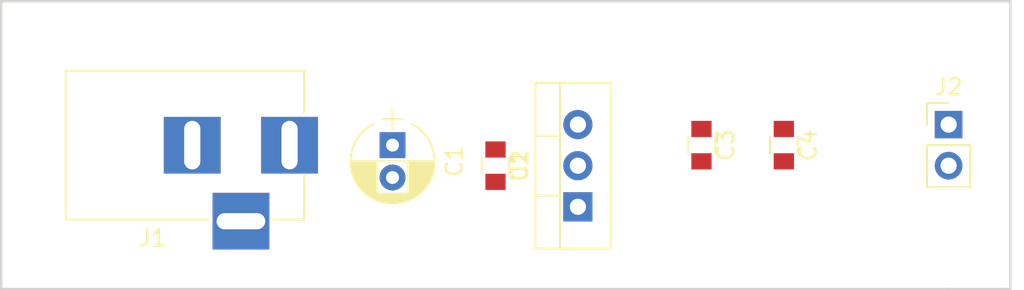
<source format=kicad_pcb>
(kicad_pcb (version 4) (host pcbnew 4.0.7-e2-6376~58~ubuntu16.04.1)

  (general
    (links 10)
    (no_connects 10)
    (area 0 0 0 0)
    (thickness 1.6)
    (drawings 5)
    (tracks 0)
    (zones 0)
    (modules 7)
    (nets 7)
  )

  (page A4)
  (layers
    (0 F.Cu signal)
    (31 B.Cu signal)
    (32 B.Adhes user)
    (33 F.Adhes user)
    (34 B.Paste user)
    (35 F.Paste user)
    (36 B.SilkS user)
    (37 F.SilkS user)
    (38 B.Mask user)
    (39 F.Mask user)
    (40 Dwgs.User user)
    (41 Cmts.User user)
    (42 Eco1.User user)
    (43 Eco2.User user)
    (44 Edge.Cuts user)
    (45 Margin user)
    (46 B.CrtYd user)
    (47 F.CrtYd user)
    (48 B.Fab user)
    (49 F.Fab user)
  )

  (setup
    (last_trace_width 0.25)
    (trace_clearance 0.2)
    (zone_clearance 0.508)
    (zone_45_only no)
    (trace_min 0.2)
    (segment_width 0.2)
    (edge_width 0.15)
    (via_size 0.6)
    (via_drill 0.4)
    (via_min_size 0.4)
    (via_min_drill 0.3)
    (uvia_size 0.3)
    (uvia_drill 0.1)
    (uvias_allowed no)
    (uvia_min_size 0.2)
    (uvia_min_drill 0.1)
    (pcb_text_width 0.3)
    (pcb_text_size 1.5 1.5)
    (mod_edge_width 0.15)
    (mod_text_size 1 1)
    (mod_text_width 0.15)
    (pad_size 1.524 1.524)
    (pad_drill 0.762)
    (pad_to_mask_clearance 0.2)
    (aux_axis_origin 0 0)
    (visible_elements FFFEFFFF)
    (pcbplotparams
      (layerselection 0x00030_80000001)
      (usegerberextensions false)
      (excludeedgelayer true)
      (linewidth 0.100000)
      (plotframeref false)
      (viasonmask false)
      (mode 1)
      (useauxorigin false)
      (hpglpennumber 1)
      (hpglpenspeed 20)
      (hpglpendiameter 15)
      (hpglpenoverlay 2)
      (psnegative false)
      (psa4output false)
      (plotreference true)
      (plotvalue true)
      (plotinvisibletext false)
      (padsonsilk false)
      (subtractmaskfromsilk false)
      (outputformat 1)
      (mirror false)
      (drillshape 1)
      (scaleselection 1)
      (outputdirectory ""))
  )

  (net 0 "")
  (net 1 "Net-(C1-Pad1)")
  (net 2 GND)
  (net 3 "Net-(C2-Pad1)")
  (net 4 "Net-(C2-Pad2)")
  (net 5 +5V)
  (net 6 "Net-(J1-Pad3)")

  (net_class Default "This is the default net class."
    (clearance 0.2)
    (trace_width 0.25)
    (via_dia 0.6)
    (via_drill 0.4)
    (uvia_dia 0.3)
    (uvia_drill 0.1)
    (add_net +5V)
    (add_net GND)
    (add_net "Net-(C1-Pad1)")
    (add_net "Net-(C2-Pad1)")
    (add_net "Net-(C2-Pad2)")
    (add_net "Net-(J1-Pad3)")
  )

  (module Capacitors_THT:CP_Radial_D5.0mm_P2.00mm (layer F.Cu) (tedit 597BC7C2) (tstamp 5AC5C892)
    (at 149.86 104.14 270)
    (descr "CP, Radial series, Radial, pin pitch=2.00mm, , diameter=5mm, Electrolytic Capacitor")
    (tags "CP Radial series Radial pin pitch 2.00mm  diameter 5mm Electrolytic Capacitor")
    (path /5AC5BD84)
    (fp_text reference C1 (at 1 -3.81 270) (layer F.SilkS)
      (effects (font (size 1 1) (thickness 0.15)))
    )
    (fp_text value "100uF, 25V" (at 1 3.81 270) (layer F.Fab)
      (effects (font (size 1 1) (thickness 0.15)))
    )
    (fp_arc (start 1 0) (end -1.30558 -1.18) (angle 125.8) (layer F.SilkS) (width 0.12))
    (fp_arc (start 1 0) (end -1.30558 1.18) (angle -125.8) (layer F.SilkS) (width 0.12))
    (fp_arc (start 1 0) (end 3.30558 -1.18) (angle 54.2) (layer F.SilkS) (width 0.12))
    (fp_circle (center 1 0) (end 3.5 0) (layer F.Fab) (width 0.1))
    (fp_line (start -2.2 0) (end -1 0) (layer F.Fab) (width 0.1))
    (fp_line (start -1.6 -0.65) (end -1.6 0.65) (layer F.Fab) (width 0.1))
    (fp_line (start 1 -2.55) (end 1 2.55) (layer F.SilkS) (width 0.12))
    (fp_line (start 1.04 -2.55) (end 1.04 -0.98) (layer F.SilkS) (width 0.12))
    (fp_line (start 1.04 0.98) (end 1.04 2.55) (layer F.SilkS) (width 0.12))
    (fp_line (start 1.08 -2.549) (end 1.08 -0.98) (layer F.SilkS) (width 0.12))
    (fp_line (start 1.08 0.98) (end 1.08 2.549) (layer F.SilkS) (width 0.12))
    (fp_line (start 1.12 -2.548) (end 1.12 -0.98) (layer F.SilkS) (width 0.12))
    (fp_line (start 1.12 0.98) (end 1.12 2.548) (layer F.SilkS) (width 0.12))
    (fp_line (start 1.16 -2.546) (end 1.16 -0.98) (layer F.SilkS) (width 0.12))
    (fp_line (start 1.16 0.98) (end 1.16 2.546) (layer F.SilkS) (width 0.12))
    (fp_line (start 1.2 -2.543) (end 1.2 -0.98) (layer F.SilkS) (width 0.12))
    (fp_line (start 1.2 0.98) (end 1.2 2.543) (layer F.SilkS) (width 0.12))
    (fp_line (start 1.24 -2.539) (end 1.24 -0.98) (layer F.SilkS) (width 0.12))
    (fp_line (start 1.24 0.98) (end 1.24 2.539) (layer F.SilkS) (width 0.12))
    (fp_line (start 1.28 -2.535) (end 1.28 -0.98) (layer F.SilkS) (width 0.12))
    (fp_line (start 1.28 0.98) (end 1.28 2.535) (layer F.SilkS) (width 0.12))
    (fp_line (start 1.32 -2.531) (end 1.32 -0.98) (layer F.SilkS) (width 0.12))
    (fp_line (start 1.32 0.98) (end 1.32 2.531) (layer F.SilkS) (width 0.12))
    (fp_line (start 1.36 -2.525) (end 1.36 -0.98) (layer F.SilkS) (width 0.12))
    (fp_line (start 1.36 0.98) (end 1.36 2.525) (layer F.SilkS) (width 0.12))
    (fp_line (start 1.4 -2.519) (end 1.4 -0.98) (layer F.SilkS) (width 0.12))
    (fp_line (start 1.4 0.98) (end 1.4 2.519) (layer F.SilkS) (width 0.12))
    (fp_line (start 1.44 -2.513) (end 1.44 -0.98) (layer F.SilkS) (width 0.12))
    (fp_line (start 1.44 0.98) (end 1.44 2.513) (layer F.SilkS) (width 0.12))
    (fp_line (start 1.48 -2.506) (end 1.48 -0.98) (layer F.SilkS) (width 0.12))
    (fp_line (start 1.48 0.98) (end 1.48 2.506) (layer F.SilkS) (width 0.12))
    (fp_line (start 1.52 -2.498) (end 1.52 -0.98) (layer F.SilkS) (width 0.12))
    (fp_line (start 1.52 0.98) (end 1.52 2.498) (layer F.SilkS) (width 0.12))
    (fp_line (start 1.56 -2.489) (end 1.56 -0.98) (layer F.SilkS) (width 0.12))
    (fp_line (start 1.56 0.98) (end 1.56 2.489) (layer F.SilkS) (width 0.12))
    (fp_line (start 1.6 -2.48) (end 1.6 -0.98) (layer F.SilkS) (width 0.12))
    (fp_line (start 1.6 0.98) (end 1.6 2.48) (layer F.SilkS) (width 0.12))
    (fp_line (start 1.64 -2.47) (end 1.64 -0.98) (layer F.SilkS) (width 0.12))
    (fp_line (start 1.64 0.98) (end 1.64 2.47) (layer F.SilkS) (width 0.12))
    (fp_line (start 1.68 -2.46) (end 1.68 -0.98) (layer F.SilkS) (width 0.12))
    (fp_line (start 1.68 0.98) (end 1.68 2.46) (layer F.SilkS) (width 0.12))
    (fp_line (start 1.721 -2.448) (end 1.721 -0.98) (layer F.SilkS) (width 0.12))
    (fp_line (start 1.721 0.98) (end 1.721 2.448) (layer F.SilkS) (width 0.12))
    (fp_line (start 1.761 -2.436) (end 1.761 -0.98) (layer F.SilkS) (width 0.12))
    (fp_line (start 1.761 0.98) (end 1.761 2.436) (layer F.SilkS) (width 0.12))
    (fp_line (start 1.801 -2.424) (end 1.801 -0.98) (layer F.SilkS) (width 0.12))
    (fp_line (start 1.801 0.98) (end 1.801 2.424) (layer F.SilkS) (width 0.12))
    (fp_line (start 1.841 -2.41) (end 1.841 -0.98) (layer F.SilkS) (width 0.12))
    (fp_line (start 1.841 0.98) (end 1.841 2.41) (layer F.SilkS) (width 0.12))
    (fp_line (start 1.881 -2.396) (end 1.881 -0.98) (layer F.SilkS) (width 0.12))
    (fp_line (start 1.881 0.98) (end 1.881 2.396) (layer F.SilkS) (width 0.12))
    (fp_line (start 1.921 -2.382) (end 1.921 -0.98) (layer F.SilkS) (width 0.12))
    (fp_line (start 1.921 0.98) (end 1.921 2.382) (layer F.SilkS) (width 0.12))
    (fp_line (start 1.961 -2.366) (end 1.961 -0.98) (layer F.SilkS) (width 0.12))
    (fp_line (start 1.961 0.98) (end 1.961 2.366) (layer F.SilkS) (width 0.12))
    (fp_line (start 2.001 -2.35) (end 2.001 -0.98) (layer F.SilkS) (width 0.12))
    (fp_line (start 2.001 0.98) (end 2.001 2.35) (layer F.SilkS) (width 0.12))
    (fp_line (start 2.041 -2.333) (end 2.041 -0.98) (layer F.SilkS) (width 0.12))
    (fp_line (start 2.041 0.98) (end 2.041 2.333) (layer F.SilkS) (width 0.12))
    (fp_line (start 2.081 -2.315) (end 2.081 -0.98) (layer F.SilkS) (width 0.12))
    (fp_line (start 2.081 0.98) (end 2.081 2.315) (layer F.SilkS) (width 0.12))
    (fp_line (start 2.121 -2.296) (end 2.121 -0.98) (layer F.SilkS) (width 0.12))
    (fp_line (start 2.121 0.98) (end 2.121 2.296) (layer F.SilkS) (width 0.12))
    (fp_line (start 2.161 -2.276) (end 2.161 -0.98) (layer F.SilkS) (width 0.12))
    (fp_line (start 2.161 0.98) (end 2.161 2.276) (layer F.SilkS) (width 0.12))
    (fp_line (start 2.201 -2.256) (end 2.201 -0.98) (layer F.SilkS) (width 0.12))
    (fp_line (start 2.201 0.98) (end 2.201 2.256) (layer F.SilkS) (width 0.12))
    (fp_line (start 2.241 -2.234) (end 2.241 -0.98) (layer F.SilkS) (width 0.12))
    (fp_line (start 2.241 0.98) (end 2.241 2.234) (layer F.SilkS) (width 0.12))
    (fp_line (start 2.281 -2.212) (end 2.281 -0.98) (layer F.SilkS) (width 0.12))
    (fp_line (start 2.281 0.98) (end 2.281 2.212) (layer F.SilkS) (width 0.12))
    (fp_line (start 2.321 -2.189) (end 2.321 -0.98) (layer F.SilkS) (width 0.12))
    (fp_line (start 2.321 0.98) (end 2.321 2.189) (layer F.SilkS) (width 0.12))
    (fp_line (start 2.361 -2.165) (end 2.361 -0.98) (layer F.SilkS) (width 0.12))
    (fp_line (start 2.361 0.98) (end 2.361 2.165) (layer F.SilkS) (width 0.12))
    (fp_line (start 2.401 -2.14) (end 2.401 -0.98) (layer F.SilkS) (width 0.12))
    (fp_line (start 2.401 0.98) (end 2.401 2.14) (layer F.SilkS) (width 0.12))
    (fp_line (start 2.441 -2.113) (end 2.441 -0.98) (layer F.SilkS) (width 0.12))
    (fp_line (start 2.441 0.98) (end 2.441 2.113) (layer F.SilkS) (width 0.12))
    (fp_line (start 2.481 -2.086) (end 2.481 -0.98) (layer F.SilkS) (width 0.12))
    (fp_line (start 2.481 0.98) (end 2.481 2.086) (layer F.SilkS) (width 0.12))
    (fp_line (start 2.521 -2.058) (end 2.521 -0.98) (layer F.SilkS) (width 0.12))
    (fp_line (start 2.521 0.98) (end 2.521 2.058) (layer F.SilkS) (width 0.12))
    (fp_line (start 2.561 -2.028) (end 2.561 -0.98) (layer F.SilkS) (width 0.12))
    (fp_line (start 2.561 0.98) (end 2.561 2.028) (layer F.SilkS) (width 0.12))
    (fp_line (start 2.601 -1.997) (end 2.601 -0.98) (layer F.SilkS) (width 0.12))
    (fp_line (start 2.601 0.98) (end 2.601 1.997) (layer F.SilkS) (width 0.12))
    (fp_line (start 2.641 -1.965) (end 2.641 -0.98) (layer F.SilkS) (width 0.12))
    (fp_line (start 2.641 0.98) (end 2.641 1.965) (layer F.SilkS) (width 0.12))
    (fp_line (start 2.681 -1.932) (end 2.681 -0.98) (layer F.SilkS) (width 0.12))
    (fp_line (start 2.681 0.98) (end 2.681 1.932) (layer F.SilkS) (width 0.12))
    (fp_line (start 2.721 -1.897) (end 2.721 -0.98) (layer F.SilkS) (width 0.12))
    (fp_line (start 2.721 0.98) (end 2.721 1.897) (layer F.SilkS) (width 0.12))
    (fp_line (start 2.761 -1.861) (end 2.761 -0.98) (layer F.SilkS) (width 0.12))
    (fp_line (start 2.761 0.98) (end 2.761 1.861) (layer F.SilkS) (width 0.12))
    (fp_line (start 2.801 -1.823) (end 2.801 -0.98) (layer F.SilkS) (width 0.12))
    (fp_line (start 2.801 0.98) (end 2.801 1.823) (layer F.SilkS) (width 0.12))
    (fp_line (start 2.841 -1.783) (end 2.841 -0.98) (layer F.SilkS) (width 0.12))
    (fp_line (start 2.841 0.98) (end 2.841 1.783) (layer F.SilkS) (width 0.12))
    (fp_line (start 2.881 -1.742) (end 2.881 -0.98) (layer F.SilkS) (width 0.12))
    (fp_line (start 2.881 0.98) (end 2.881 1.742) (layer F.SilkS) (width 0.12))
    (fp_line (start 2.921 -1.699) (end 2.921 -0.98) (layer F.SilkS) (width 0.12))
    (fp_line (start 2.921 0.98) (end 2.921 1.699) (layer F.SilkS) (width 0.12))
    (fp_line (start 2.961 -1.654) (end 2.961 -0.98) (layer F.SilkS) (width 0.12))
    (fp_line (start 2.961 0.98) (end 2.961 1.654) (layer F.SilkS) (width 0.12))
    (fp_line (start 3.001 -1.606) (end 3.001 1.606) (layer F.SilkS) (width 0.12))
    (fp_line (start 3.041 -1.556) (end 3.041 1.556) (layer F.SilkS) (width 0.12))
    (fp_line (start 3.081 -1.504) (end 3.081 1.504) (layer F.SilkS) (width 0.12))
    (fp_line (start 3.121 -1.448) (end 3.121 1.448) (layer F.SilkS) (width 0.12))
    (fp_line (start 3.161 -1.39) (end 3.161 1.39) (layer F.SilkS) (width 0.12))
    (fp_line (start 3.201 -1.327) (end 3.201 1.327) (layer F.SilkS) (width 0.12))
    (fp_line (start 3.241 -1.261) (end 3.241 1.261) (layer F.SilkS) (width 0.12))
    (fp_line (start 3.281 -1.189) (end 3.281 1.189) (layer F.SilkS) (width 0.12))
    (fp_line (start 3.321 -1.112) (end 3.321 1.112) (layer F.SilkS) (width 0.12))
    (fp_line (start 3.361 -1.028) (end 3.361 1.028) (layer F.SilkS) (width 0.12))
    (fp_line (start 3.401 -0.934) (end 3.401 0.934) (layer F.SilkS) (width 0.12))
    (fp_line (start 3.441 -0.829) (end 3.441 0.829) (layer F.SilkS) (width 0.12))
    (fp_line (start 3.481 -0.707) (end 3.481 0.707) (layer F.SilkS) (width 0.12))
    (fp_line (start 3.521 -0.559) (end 3.521 0.559) (layer F.SilkS) (width 0.12))
    (fp_line (start 3.561 -0.354) (end 3.561 0.354) (layer F.SilkS) (width 0.12))
    (fp_line (start -2.2 0) (end -1 0) (layer F.SilkS) (width 0.12))
    (fp_line (start -1.6 -0.65) (end -1.6 0.65) (layer F.SilkS) (width 0.12))
    (fp_line (start -1.85 -2.85) (end -1.85 2.85) (layer F.CrtYd) (width 0.05))
    (fp_line (start -1.85 2.85) (end 3.85 2.85) (layer F.CrtYd) (width 0.05))
    (fp_line (start 3.85 2.85) (end 3.85 -2.85) (layer F.CrtYd) (width 0.05))
    (fp_line (start 3.85 -2.85) (end -1.85 -2.85) (layer F.CrtYd) (width 0.05))
    (fp_text user %R (at 1 0 270) (layer F.Fab)
      (effects (font (size 1 1) (thickness 0.15)))
    )
    (pad 1 thru_hole rect (at 0 0 270) (size 1.6 1.6) (drill 0.8) (layers *.Cu *.Mask)
      (net 1 "Net-(C1-Pad1)"))
    (pad 2 thru_hole circle (at 2 0 270) (size 1.6 1.6) (drill 0.8) (layers *.Cu *.Mask)
      (net 2 GND))
    (model ${KISYS3DMOD}/Capacitors_THT.3dshapes/CP_Radial_D5.0mm_P2.00mm.wrl
      (at (xyz 0 0 0))
      (scale (xyz 1 1 1))
      (rotate (xyz 0 0 0))
    )
  )

  (module Capacitors_SMD:C_0805 (layer F.Cu) (tedit 58AA8463) (tstamp 5AC5C898)
    (at 156.21 105.41 270)
    (descr "Capacitor SMD 0805, reflow soldering, AVX (see smccp.pdf)")
    (tags "capacitor 0805")
    (path /5AC5BDC4)
    (attr smd)
    (fp_text reference C2 (at 0 -1.5 270) (layer F.SilkS)
      (effects (font (size 1 1) (thickness 0.15)))
    )
    (fp_text value 10uF (at 0 1.75 270) (layer F.Fab)
      (effects (font (size 1 1) (thickness 0.15)))
    )
    (fp_text user %R (at 0 -1.5 270) (layer F.Fab)
      (effects (font (size 1 1) (thickness 0.15)))
    )
    (fp_line (start -1 0.62) (end -1 -0.62) (layer F.Fab) (width 0.1))
    (fp_line (start 1 0.62) (end -1 0.62) (layer F.Fab) (width 0.1))
    (fp_line (start 1 -0.62) (end 1 0.62) (layer F.Fab) (width 0.1))
    (fp_line (start -1 -0.62) (end 1 -0.62) (layer F.Fab) (width 0.1))
    (fp_line (start 0.5 -0.85) (end -0.5 -0.85) (layer F.SilkS) (width 0.12))
    (fp_line (start -0.5 0.85) (end 0.5 0.85) (layer F.SilkS) (width 0.12))
    (fp_line (start -1.75 -0.88) (end 1.75 -0.88) (layer F.CrtYd) (width 0.05))
    (fp_line (start -1.75 -0.88) (end -1.75 0.87) (layer F.CrtYd) (width 0.05))
    (fp_line (start 1.75 0.87) (end 1.75 -0.88) (layer F.CrtYd) (width 0.05))
    (fp_line (start 1.75 0.87) (end -1.75 0.87) (layer F.CrtYd) (width 0.05))
    (pad 1 smd rect (at -1 0 270) (size 1 1.25) (layers F.Cu F.Paste F.Mask)
      (net 3 "Net-(C2-Pad1)"))
    (pad 2 smd rect (at 1 0 270) (size 1 1.25) (layers F.Cu F.Paste F.Mask)
      (net 4 "Net-(C2-Pad2)"))
    (model Capacitors_SMD.3dshapes/C_0805.wrl
      (at (xyz 0 0 0))
      (scale (xyz 1 1 1))
      (rotate (xyz 0 0 0))
    )
  )

  (module Capacitors_SMD:C_0805 (layer F.Cu) (tedit 58AA8463) (tstamp 5AC5C89E)
    (at 168.91 104.14 270)
    (descr "Capacitor SMD 0805, reflow soldering, AVX (see smccp.pdf)")
    (tags "capacitor 0805")
    (path /5AC5BEAC)
    (attr smd)
    (fp_text reference C3 (at 0 -1.5 270) (layer F.SilkS)
      (effects (font (size 1 1) (thickness 0.15)))
    )
    (fp_text value 10uF (at 0 1.75 270) (layer F.Fab)
      (effects (font (size 1 1) (thickness 0.15)))
    )
    (fp_text user %R (at 0 -1.5 270) (layer F.Fab)
      (effects (font (size 1 1) (thickness 0.15)))
    )
    (fp_line (start -1 0.62) (end -1 -0.62) (layer F.Fab) (width 0.1))
    (fp_line (start 1 0.62) (end -1 0.62) (layer F.Fab) (width 0.1))
    (fp_line (start 1 -0.62) (end 1 0.62) (layer F.Fab) (width 0.1))
    (fp_line (start -1 -0.62) (end 1 -0.62) (layer F.Fab) (width 0.1))
    (fp_line (start 0.5 -0.85) (end -0.5 -0.85) (layer F.SilkS) (width 0.12))
    (fp_line (start -0.5 0.85) (end 0.5 0.85) (layer F.SilkS) (width 0.12))
    (fp_line (start -1.75 -0.88) (end 1.75 -0.88) (layer F.CrtYd) (width 0.05))
    (fp_line (start -1.75 -0.88) (end -1.75 0.87) (layer F.CrtYd) (width 0.05))
    (fp_line (start 1.75 0.87) (end 1.75 -0.88) (layer F.CrtYd) (width 0.05))
    (fp_line (start 1.75 0.87) (end -1.75 0.87) (layer F.CrtYd) (width 0.05))
    (pad 1 smd rect (at -1 0 270) (size 1 1.25) (layers F.Cu F.Paste F.Mask)
      (net 5 +5V))
    (pad 2 smd rect (at 1 0 270) (size 1 1.25) (layers F.Cu F.Paste F.Mask)
      (net 2 GND))
    (model Capacitors_SMD.3dshapes/C_0805.wrl
      (at (xyz 0 0 0))
      (scale (xyz 1 1 1))
      (rotate (xyz 0 0 0))
    )
  )

  (module Capacitors_SMD:C_0805 (layer F.Cu) (tedit 58AA8463) (tstamp 5AC5C8A4)
    (at 173.99 104.14 270)
    (descr "Capacitor SMD 0805, reflow soldering, AVX (see smccp.pdf)")
    (tags "capacitor 0805")
    (path /5AC5BD11)
    (attr smd)
    (fp_text reference C4 (at 0 -1.5 270) (layer F.SilkS)
      (effects (font (size 1 1) (thickness 0.15)))
    )
    (fp_text value 0.1uF (at 0 1.75 270) (layer F.Fab)
      (effects (font (size 1 1) (thickness 0.15)))
    )
    (fp_text user %R (at 0 -1.5 270) (layer F.Fab)
      (effects (font (size 1 1) (thickness 0.15)))
    )
    (fp_line (start -1 0.62) (end -1 -0.62) (layer F.Fab) (width 0.1))
    (fp_line (start 1 0.62) (end -1 0.62) (layer F.Fab) (width 0.1))
    (fp_line (start 1 -0.62) (end 1 0.62) (layer F.Fab) (width 0.1))
    (fp_line (start -1 -0.62) (end 1 -0.62) (layer F.Fab) (width 0.1))
    (fp_line (start 0.5 -0.85) (end -0.5 -0.85) (layer F.SilkS) (width 0.12))
    (fp_line (start -0.5 0.85) (end 0.5 0.85) (layer F.SilkS) (width 0.12))
    (fp_line (start -1.75 -0.88) (end 1.75 -0.88) (layer F.CrtYd) (width 0.05))
    (fp_line (start -1.75 -0.88) (end -1.75 0.87) (layer F.CrtYd) (width 0.05))
    (fp_line (start 1.75 0.87) (end 1.75 -0.88) (layer F.CrtYd) (width 0.05))
    (fp_line (start 1.75 0.87) (end -1.75 0.87) (layer F.CrtYd) (width 0.05))
    (pad 1 smd rect (at -1 0 270) (size 1 1.25) (layers F.Cu F.Paste F.Mask)
      (net 5 +5V))
    (pad 2 smd rect (at 1 0 270) (size 1 1.25) (layers F.Cu F.Paste F.Mask)
      (net 2 GND))
    (model Capacitors_SMD.3dshapes/C_0805.wrl
      (at (xyz 0 0 0))
      (scale (xyz 1 1 1))
      (rotate (xyz 0 0 0))
    )
  )

  (module Connectors:BARREL_JACK (layer F.Cu) (tedit 5861378E) (tstamp 5AC5C8AB)
    (at 143.51 104.14)
    (descr "DC Barrel Jack")
    (tags "Power Jack")
    (path /5AC5BF06)
    (fp_text reference J1 (at -8.45 5.75 180) (layer F.SilkS)
      (effects (font (size 1 1) (thickness 0.15)))
    )
    (fp_text value Barrel_Jack (at -6.2 -5.5) (layer F.Fab)
      (effects (font (size 1 1) (thickness 0.15)))
    )
    (fp_line (start 1 -4.5) (end 1 -4.75) (layer F.CrtYd) (width 0.05))
    (fp_line (start 1 -4.75) (end -14 -4.75) (layer F.CrtYd) (width 0.05))
    (fp_line (start 1 -4.5) (end 1 -2) (layer F.CrtYd) (width 0.05))
    (fp_line (start 1 -2) (end 2 -2) (layer F.CrtYd) (width 0.05))
    (fp_line (start 2 -2) (end 2 2) (layer F.CrtYd) (width 0.05))
    (fp_line (start 2 2) (end 1 2) (layer F.CrtYd) (width 0.05))
    (fp_line (start 1 2) (end 1 4.75) (layer F.CrtYd) (width 0.05))
    (fp_line (start 1 4.75) (end -1 4.75) (layer F.CrtYd) (width 0.05))
    (fp_line (start -1 4.75) (end -1 6.75) (layer F.CrtYd) (width 0.05))
    (fp_line (start -1 6.75) (end -5 6.75) (layer F.CrtYd) (width 0.05))
    (fp_line (start -5 6.75) (end -5 4.75) (layer F.CrtYd) (width 0.05))
    (fp_line (start -5 4.75) (end -14 4.75) (layer F.CrtYd) (width 0.05))
    (fp_line (start -14 4.75) (end -14 -4.75) (layer F.CrtYd) (width 0.05))
    (fp_line (start -5 4.6) (end -13.8 4.6) (layer F.SilkS) (width 0.12))
    (fp_line (start -13.8 4.6) (end -13.8 -4.6) (layer F.SilkS) (width 0.12))
    (fp_line (start 0.9 1.9) (end 0.9 4.6) (layer F.SilkS) (width 0.12))
    (fp_line (start 0.9 4.6) (end -1 4.6) (layer F.SilkS) (width 0.12))
    (fp_line (start -13.8 -4.6) (end 0.9 -4.6) (layer F.SilkS) (width 0.12))
    (fp_line (start 0.9 -4.6) (end 0.9 -2) (layer F.SilkS) (width 0.12))
    (fp_line (start -10.2 -4.5) (end -10.2 4.5) (layer F.Fab) (width 0.1))
    (fp_line (start -13.7 -4.5) (end -13.7 4.5) (layer F.Fab) (width 0.1))
    (fp_line (start -13.7 4.5) (end 0.8 4.5) (layer F.Fab) (width 0.1))
    (fp_line (start 0.8 4.5) (end 0.8 -4.5) (layer F.Fab) (width 0.1))
    (fp_line (start 0.8 -4.5) (end -13.7 -4.5) (layer F.Fab) (width 0.1))
    (pad 1 thru_hole rect (at 0 0) (size 3.5 3.5) (drill oval 1 3) (layers *.Cu *.Mask)
      (net 1 "Net-(C1-Pad1)"))
    (pad 2 thru_hole rect (at -6 0) (size 3.5 3.5) (drill oval 1 3) (layers *.Cu *.Mask)
      (net 2 GND))
    (pad 3 thru_hole rect (at -3 4.7) (size 3.5 3.5) (drill oval 3 1) (layers *.Cu *.Mask)
      (net 6 "Net-(J1-Pad3)"))
  )

  (module Pin_Headers:Pin_Header_Straight_1x02_Pitch2.54mm (layer F.Cu) (tedit 59650532) (tstamp 5AC5C8B1)
    (at 184.15 102.87)
    (descr "Through hole straight pin header, 1x02, 2.54mm pitch, single row")
    (tags "Through hole pin header THT 1x02 2.54mm single row")
    (path /5AC5C565)
    (fp_text reference J2 (at 0 -2.33) (layer F.SilkS)
      (effects (font (size 1 1) (thickness 0.15)))
    )
    (fp_text value Conn_01x02 (at 0 4.87) (layer F.Fab)
      (effects (font (size 1 1) (thickness 0.15)))
    )
    (fp_line (start -0.635 -1.27) (end 1.27 -1.27) (layer F.Fab) (width 0.1))
    (fp_line (start 1.27 -1.27) (end 1.27 3.81) (layer F.Fab) (width 0.1))
    (fp_line (start 1.27 3.81) (end -1.27 3.81) (layer F.Fab) (width 0.1))
    (fp_line (start -1.27 3.81) (end -1.27 -0.635) (layer F.Fab) (width 0.1))
    (fp_line (start -1.27 -0.635) (end -0.635 -1.27) (layer F.Fab) (width 0.1))
    (fp_line (start -1.33 3.87) (end 1.33 3.87) (layer F.SilkS) (width 0.12))
    (fp_line (start -1.33 1.27) (end -1.33 3.87) (layer F.SilkS) (width 0.12))
    (fp_line (start 1.33 1.27) (end 1.33 3.87) (layer F.SilkS) (width 0.12))
    (fp_line (start -1.33 1.27) (end 1.33 1.27) (layer F.SilkS) (width 0.12))
    (fp_line (start -1.33 0) (end -1.33 -1.33) (layer F.SilkS) (width 0.12))
    (fp_line (start -1.33 -1.33) (end 0 -1.33) (layer F.SilkS) (width 0.12))
    (fp_line (start -1.8 -1.8) (end -1.8 4.35) (layer F.CrtYd) (width 0.05))
    (fp_line (start -1.8 4.35) (end 1.8 4.35) (layer F.CrtYd) (width 0.05))
    (fp_line (start 1.8 4.35) (end 1.8 -1.8) (layer F.CrtYd) (width 0.05))
    (fp_line (start 1.8 -1.8) (end -1.8 -1.8) (layer F.CrtYd) (width 0.05))
    (fp_text user %R (at 0 1.27 90) (layer F.Fab)
      (effects (font (size 1 1) (thickness 0.15)))
    )
    (pad 1 thru_hole rect (at 0 0) (size 1.7 1.7) (drill 1) (layers *.Cu *.Mask)
      (net 5 +5V))
    (pad 2 thru_hole oval (at 0 2.54) (size 1.7 1.7) (drill 1) (layers *.Cu *.Mask)
      (net 2 GND))
    (model ${KISYS3DMOD}/Pin_Headers.3dshapes/Pin_Header_Straight_1x02_Pitch2.54mm.wrl
      (at (xyz 0 0 0))
      (scale (xyz 1 1 1))
      (rotate (xyz 0 0 0))
    )
  )

  (module TO_SOT_Packages_THT:TO-220-3_Vertical (layer F.Cu) (tedit 58CE52AD) (tstamp 5AC5C8B8)
    (at 161.29 107.95 90)
    (descr "TO-220-3, Vertical, RM 2.54mm")
    (tags "TO-220-3 Vertical RM 2.54mm")
    (path /5AC5BC92)
    (fp_text reference U1 (at 2.54 -3.62 90) (layer F.SilkS)
      (effects (font (size 1 1) (thickness 0.15)))
    )
    (fp_text value L7805 (at 2.54 3.92 90) (layer F.Fab)
      (effects (font (size 1 1) (thickness 0.15)))
    )
    (fp_text user %R (at 2.54 -3.62 90) (layer F.Fab)
      (effects (font (size 1 1) (thickness 0.15)))
    )
    (fp_line (start -2.46 -2.5) (end -2.46 1.9) (layer F.Fab) (width 0.1))
    (fp_line (start -2.46 1.9) (end 7.54 1.9) (layer F.Fab) (width 0.1))
    (fp_line (start 7.54 1.9) (end 7.54 -2.5) (layer F.Fab) (width 0.1))
    (fp_line (start 7.54 -2.5) (end -2.46 -2.5) (layer F.Fab) (width 0.1))
    (fp_line (start -2.46 -1.23) (end 7.54 -1.23) (layer F.Fab) (width 0.1))
    (fp_line (start 0.69 -2.5) (end 0.69 -1.23) (layer F.Fab) (width 0.1))
    (fp_line (start 4.39 -2.5) (end 4.39 -1.23) (layer F.Fab) (width 0.1))
    (fp_line (start -2.58 -2.62) (end 7.66 -2.62) (layer F.SilkS) (width 0.12))
    (fp_line (start -2.58 2.021) (end 7.66 2.021) (layer F.SilkS) (width 0.12))
    (fp_line (start -2.58 -2.62) (end -2.58 2.021) (layer F.SilkS) (width 0.12))
    (fp_line (start 7.66 -2.62) (end 7.66 2.021) (layer F.SilkS) (width 0.12))
    (fp_line (start -2.58 -1.11) (end 7.66 -1.11) (layer F.SilkS) (width 0.12))
    (fp_line (start 0.69 -2.62) (end 0.69 -1.11) (layer F.SilkS) (width 0.12))
    (fp_line (start 4.391 -2.62) (end 4.391 -1.11) (layer F.SilkS) (width 0.12))
    (fp_line (start -2.71 -2.75) (end -2.71 2.16) (layer F.CrtYd) (width 0.05))
    (fp_line (start -2.71 2.16) (end 7.79 2.16) (layer F.CrtYd) (width 0.05))
    (fp_line (start 7.79 2.16) (end 7.79 -2.75) (layer F.CrtYd) (width 0.05))
    (fp_line (start 7.79 -2.75) (end -2.71 -2.75) (layer F.CrtYd) (width 0.05))
    (pad 1 thru_hole rect (at 0 0 90) (size 1.8 1.8) (drill 1) (layers *.Cu *.Mask)
      (net 1 "Net-(C1-Pad1)"))
    (pad 2 thru_hole oval (at 2.54 0 90) (size 1.8 1.8) (drill 1) (layers *.Cu *.Mask)
      (net 2 GND))
    (pad 3 thru_hole oval (at 5.08 0 90) (size 1.8 1.8) (drill 1) (layers *.Cu *.Mask)
      (net 5 +5V))
    (model ${KISYS3DMOD}/TO_SOT_Packages_THT.3dshapes/TO-220-3_Vertical.wrl
      (at (xyz 0.1 0 0))
      (scale (xyz 0.393701 0.393701 0.393701))
      (rotate (xyz 0 0 0))
    )
  )

  (gr_line (start 187.96 95.25) (end 125.73 95.25) (angle 90) (layer Edge.Cuts) (width 0.15))
  (gr_line (start 187.96 113.03) (end 187.96 95.25) (angle 90) (layer Edge.Cuts) (width 0.15))
  (gr_line (start 184.15 113.03) (end 187.96 113.03) (angle 90) (layer Edge.Cuts) (width 0.15))
  (gr_line (start 125.73 113.03) (end 184.15 113.03) (angle 90) (layer Edge.Cuts) (width 0.15))
  (gr_line (start 125.73 95.25) (end 125.73 113.03) (angle 90) (layer Edge.Cuts) (width 0.15))

)

</source>
